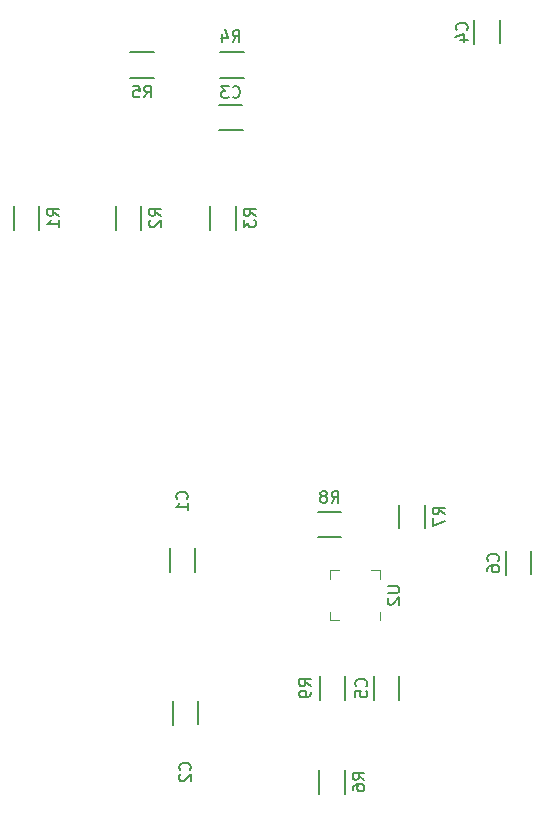
<source format=gbr>
%TF.GenerationSoftware,KiCad,Pcbnew,8.0.1*%
%TF.CreationDate,2024-04-21T18:12:41-04:00*%
%TF.ProjectId,BREAD_Slice,42524541-445f-4536-9c69-63652e6b6963,rev?*%
%TF.SameCoordinates,Original*%
%TF.FileFunction,Legend,Bot*%
%TF.FilePolarity,Positive*%
%FSLAX46Y46*%
G04 Gerber Fmt 4.6, Leading zero omitted, Abs format (unit mm)*
G04 Created by KiCad (PCBNEW 8.0.1) date 2024-04-21 18:12:41*
%MOMM*%
%LPD*%
G01*
G04 APERTURE LIST*
%ADD10C,0.150000*%
%ADD11C,0.120000*%
G04 APERTURE END LIST*
D10*
X154455580Y-115042333D02*
X154503200Y-114994714D01*
X154503200Y-114994714D02*
X154550819Y-114851857D01*
X154550819Y-114851857D02*
X154550819Y-114756619D01*
X154550819Y-114756619D02*
X154503200Y-114613762D01*
X154503200Y-114613762D02*
X154407961Y-114518524D01*
X154407961Y-114518524D02*
X154312723Y-114470905D01*
X154312723Y-114470905D02*
X154122247Y-114423286D01*
X154122247Y-114423286D02*
X153979390Y-114423286D01*
X153979390Y-114423286D02*
X153788914Y-114470905D01*
X153788914Y-114470905D02*
X153693676Y-114518524D01*
X153693676Y-114518524D02*
X153598438Y-114613762D01*
X153598438Y-114613762D02*
X153550819Y-114756619D01*
X153550819Y-114756619D02*
X153550819Y-114851857D01*
X153550819Y-114851857D02*
X153598438Y-114994714D01*
X153598438Y-114994714D02*
X153646057Y-115042333D01*
X153646057Y-115423286D02*
X153598438Y-115470905D01*
X153598438Y-115470905D02*
X153550819Y-115566143D01*
X153550819Y-115566143D02*
X153550819Y-115804238D01*
X153550819Y-115804238D02*
X153598438Y-115899476D01*
X153598438Y-115899476D02*
X153646057Y-115947095D01*
X153646057Y-115947095D02*
X153741295Y-115994714D01*
X153741295Y-115994714D02*
X153836533Y-115994714D01*
X153836533Y-115994714D02*
X153979390Y-115947095D01*
X153979390Y-115947095D02*
X154550819Y-115375667D01*
X154550819Y-115375667D02*
X154550819Y-115994714D01*
X154201580Y-92088333D02*
X154249200Y-92040714D01*
X154249200Y-92040714D02*
X154296819Y-91897857D01*
X154296819Y-91897857D02*
X154296819Y-91802619D01*
X154296819Y-91802619D02*
X154249200Y-91659762D01*
X154249200Y-91659762D02*
X154153961Y-91564524D01*
X154153961Y-91564524D02*
X154058723Y-91516905D01*
X154058723Y-91516905D02*
X153868247Y-91469286D01*
X153868247Y-91469286D02*
X153725390Y-91469286D01*
X153725390Y-91469286D02*
X153534914Y-91516905D01*
X153534914Y-91516905D02*
X153439676Y-91564524D01*
X153439676Y-91564524D02*
X153344438Y-91659762D01*
X153344438Y-91659762D02*
X153296819Y-91802619D01*
X153296819Y-91802619D02*
X153296819Y-91897857D01*
X153296819Y-91897857D02*
X153344438Y-92040714D01*
X153344438Y-92040714D02*
X153392057Y-92088333D01*
X154296819Y-93040714D02*
X154296819Y-92469286D01*
X154296819Y-92755000D02*
X153296819Y-92755000D01*
X153296819Y-92755000D02*
X153439676Y-92659762D01*
X153439676Y-92659762D02*
X153534914Y-92564524D01*
X153534914Y-92564524D02*
X153582533Y-92469286D01*
X158072666Y-58049580D02*
X158120285Y-58097200D01*
X158120285Y-58097200D02*
X158263142Y-58144819D01*
X158263142Y-58144819D02*
X158358380Y-58144819D01*
X158358380Y-58144819D02*
X158501237Y-58097200D01*
X158501237Y-58097200D02*
X158596475Y-58001961D01*
X158596475Y-58001961D02*
X158644094Y-57906723D01*
X158644094Y-57906723D02*
X158691713Y-57716247D01*
X158691713Y-57716247D02*
X158691713Y-57573390D01*
X158691713Y-57573390D02*
X158644094Y-57382914D01*
X158644094Y-57382914D02*
X158596475Y-57287676D01*
X158596475Y-57287676D02*
X158501237Y-57192438D01*
X158501237Y-57192438D02*
X158358380Y-57144819D01*
X158358380Y-57144819D02*
X158263142Y-57144819D01*
X158263142Y-57144819D02*
X158120285Y-57192438D01*
X158120285Y-57192438D02*
X158072666Y-57240057D01*
X157739332Y-57144819D02*
X157120285Y-57144819D01*
X157120285Y-57144819D02*
X157453618Y-57525771D01*
X157453618Y-57525771D02*
X157310761Y-57525771D01*
X157310761Y-57525771D02*
X157215523Y-57573390D01*
X157215523Y-57573390D02*
X157167904Y-57621009D01*
X157167904Y-57621009D02*
X157120285Y-57716247D01*
X157120285Y-57716247D02*
X157120285Y-57954342D01*
X157120285Y-57954342D02*
X157167904Y-58049580D01*
X157167904Y-58049580D02*
X157215523Y-58097200D01*
X157215523Y-58097200D02*
X157310761Y-58144819D01*
X157310761Y-58144819D02*
X157596475Y-58144819D01*
X157596475Y-58144819D02*
X157691713Y-58097200D01*
X157691713Y-58097200D02*
X157739332Y-58049580D01*
X177882580Y-52384333D02*
X177930200Y-52336714D01*
X177930200Y-52336714D02*
X177977819Y-52193857D01*
X177977819Y-52193857D02*
X177977819Y-52098619D01*
X177977819Y-52098619D02*
X177930200Y-51955762D01*
X177930200Y-51955762D02*
X177834961Y-51860524D01*
X177834961Y-51860524D02*
X177739723Y-51812905D01*
X177739723Y-51812905D02*
X177549247Y-51765286D01*
X177549247Y-51765286D02*
X177406390Y-51765286D01*
X177406390Y-51765286D02*
X177215914Y-51812905D01*
X177215914Y-51812905D02*
X177120676Y-51860524D01*
X177120676Y-51860524D02*
X177025438Y-51955762D01*
X177025438Y-51955762D02*
X176977819Y-52098619D01*
X176977819Y-52098619D02*
X176977819Y-52193857D01*
X176977819Y-52193857D02*
X177025438Y-52336714D01*
X177025438Y-52336714D02*
X177073057Y-52384333D01*
X177311152Y-53241476D02*
X177977819Y-53241476D01*
X176930200Y-53003381D02*
X177644485Y-52765286D01*
X177644485Y-52765286D02*
X177644485Y-53384333D01*
X169373580Y-107946833D02*
X169421200Y-107899214D01*
X169421200Y-107899214D02*
X169468819Y-107756357D01*
X169468819Y-107756357D02*
X169468819Y-107661119D01*
X169468819Y-107661119D02*
X169421200Y-107518262D01*
X169421200Y-107518262D02*
X169325961Y-107423024D01*
X169325961Y-107423024D02*
X169230723Y-107375405D01*
X169230723Y-107375405D02*
X169040247Y-107327786D01*
X169040247Y-107327786D02*
X168897390Y-107327786D01*
X168897390Y-107327786D02*
X168706914Y-107375405D01*
X168706914Y-107375405D02*
X168611676Y-107423024D01*
X168611676Y-107423024D02*
X168516438Y-107518262D01*
X168516438Y-107518262D02*
X168468819Y-107661119D01*
X168468819Y-107661119D02*
X168468819Y-107756357D01*
X168468819Y-107756357D02*
X168516438Y-107899214D01*
X168516438Y-107899214D02*
X168564057Y-107946833D01*
X168468819Y-108851595D02*
X168468819Y-108375405D01*
X168468819Y-108375405D02*
X168945009Y-108327786D01*
X168945009Y-108327786D02*
X168897390Y-108375405D01*
X168897390Y-108375405D02*
X168849771Y-108470643D01*
X168849771Y-108470643D02*
X168849771Y-108708738D01*
X168849771Y-108708738D02*
X168897390Y-108803976D01*
X168897390Y-108803976D02*
X168945009Y-108851595D01*
X168945009Y-108851595D02*
X169040247Y-108899214D01*
X169040247Y-108899214D02*
X169278342Y-108899214D01*
X169278342Y-108899214D02*
X169373580Y-108851595D01*
X169373580Y-108851595D02*
X169421200Y-108803976D01*
X169421200Y-108803976D02*
X169468819Y-108708738D01*
X169468819Y-108708738D02*
X169468819Y-108470643D01*
X169468819Y-108470643D02*
X169421200Y-108375405D01*
X169421200Y-108375405D02*
X169373580Y-108327786D01*
X180549580Y-97342333D02*
X180597200Y-97294714D01*
X180597200Y-97294714D02*
X180644819Y-97151857D01*
X180644819Y-97151857D02*
X180644819Y-97056619D01*
X180644819Y-97056619D02*
X180597200Y-96913762D01*
X180597200Y-96913762D02*
X180501961Y-96818524D01*
X180501961Y-96818524D02*
X180406723Y-96770905D01*
X180406723Y-96770905D02*
X180216247Y-96723286D01*
X180216247Y-96723286D02*
X180073390Y-96723286D01*
X180073390Y-96723286D02*
X179882914Y-96770905D01*
X179882914Y-96770905D02*
X179787676Y-96818524D01*
X179787676Y-96818524D02*
X179692438Y-96913762D01*
X179692438Y-96913762D02*
X179644819Y-97056619D01*
X179644819Y-97056619D02*
X179644819Y-97151857D01*
X179644819Y-97151857D02*
X179692438Y-97294714D01*
X179692438Y-97294714D02*
X179740057Y-97342333D01*
X179644819Y-98199476D02*
X179644819Y-98009000D01*
X179644819Y-98009000D02*
X179692438Y-97913762D01*
X179692438Y-97913762D02*
X179740057Y-97866143D01*
X179740057Y-97866143D02*
X179882914Y-97770905D01*
X179882914Y-97770905D02*
X180073390Y-97723286D01*
X180073390Y-97723286D02*
X180454342Y-97723286D01*
X180454342Y-97723286D02*
X180549580Y-97770905D01*
X180549580Y-97770905D02*
X180597200Y-97818524D01*
X180597200Y-97818524D02*
X180644819Y-97913762D01*
X180644819Y-97913762D02*
X180644819Y-98104238D01*
X180644819Y-98104238D02*
X180597200Y-98199476D01*
X180597200Y-98199476D02*
X180549580Y-98247095D01*
X180549580Y-98247095D02*
X180454342Y-98294714D01*
X180454342Y-98294714D02*
X180216247Y-98294714D01*
X180216247Y-98294714D02*
X180121009Y-98247095D01*
X180121009Y-98247095D02*
X180073390Y-98199476D01*
X180073390Y-98199476D02*
X180025771Y-98104238D01*
X180025771Y-98104238D02*
X180025771Y-97913762D01*
X180025771Y-97913762D02*
X180073390Y-97818524D01*
X180073390Y-97818524D02*
X180121009Y-97770905D01*
X180121009Y-97770905D02*
X180216247Y-97723286D01*
X143388819Y-68132333D02*
X142912628Y-67799000D01*
X143388819Y-67560905D02*
X142388819Y-67560905D01*
X142388819Y-67560905D02*
X142388819Y-67941857D01*
X142388819Y-67941857D02*
X142436438Y-68037095D01*
X142436438Y-68037095D02*
X142484057Y-68084714D01*
X142484057Y-68084714D02*
X142579295Y-68132333D01*
X142579295Y-68132333D02*
X142722152Y-68132333D01*
X142722152Y-68132333D02*
X142817390Y-68084714D01*
X142817390Y-68084714D02*
X142865009Y-68037095D01*
X142865009Y-68037095D02*
X142912628Y-67941857D01*
X142912628Y-67941857D02*
X142912628Y-67560905D01*
X143388819Y-69084714D02*
X143388819Y-68513286D01*
X143388819Y-68799000D02*
X142388819Y-68799000D01*
X142388819Y-68799000D02*
X142531676Y-68703762D01*
X142531676Y-68703762D02*
X142626914Y-68608524D01*
X142626914Y-68608524D02*
X142674533Y-68513286D01*
X152024819Y-68132333D02*
X151548628Y-67799000D01*
X152024819Y-67560905D02*
X151024819Y-67560905D01*
X151024819Y-67560905D02*
X151024819Y-67941857D01*
X151024819Y-67941857D02*
X151072438Y-68037095D01*
X151072438Y-68037095D02*
X151120057Y-68084714D01*
X151120057Y-68084714D02*
X151215295Y-68132333D01*
X151215295Y-68132333D02*
X151358152Y-68132333D01*
X151358152Y-68132333D02*
X151453390Y-68084714D01*
X151453390Y-68084714D02*
X151501009Y-68037095D01*
X151501009Y-68037095D02*
X151548628Y-67941857D01*
X151548628Y-67941857D02*
X151548628Y-67560905D01*
X151120057Y-68513286D02*
X151072438Y-68560905D01*
X151072438Y-68560905D02*
X151024819Y-68656143D01*
X151024819Y-68656143D02*
X151024819Y-68894238D01*
X151024819Y-68894238D02*
X151072438Y-68989476D01*
X151072438Y-68989476D02*
X151120057Y-69037095D01*
X151120057Y-69037095D02*
X151215295Y-69084714D01*
X151215295Y-69084714D02*
X151310533Y-69084714D01*
X151310533Y-69084714D02*
X151453390Y-69037095D01*
X151453390Y-69037095D02*
X152024819Y-68465667D01*
X152024819Y-68465667D02*
X152024819Y-69084714D01*
X160025819Y-68132333D02*
X159549628Y-67799000D01*
X160025819Y-67560905D02*
X159025819Y-67560905D01*
X159025819Y-67560905D02*
X159025819Y-67941857D01*
X159025819Y-67941857D02*
X159073438Y-68037095D01*
X159073438Y-68037095D02*
X159121057Y-68084714D01*
X159121057Y-68084714D02*
X159216295Y-68132333D01*
X159216295Y-68132333D02*
X159359152Y-68132333D01*
X159359152Y-68132333D02*
X159454390Y-68084714D01*
X159454390Y-68084714D02*
X159502009Y-68037095D01*
X159502009Y-68037095D02*
X159549628Y-67941857D01*
X159549628Y-67941857D02*
X159549628Y-67560905D01*
X159025819Y-68465667D02*
X159025819Y-69084714D01*
X159025819Y-69084714D02*
X159406771Y-68751381D01*
X159406771Y-68751381D02*
X159406771Y-68894238D01*
X159406771Y-68894238D02*
X159454390Y-68989476D01*
X159454390Y-68989476D02*
X159502009Y-69037095D01*
X159502009Y-69037095D02*
X159597247Y-69084714D01*
X159597247Y-69084714D02*
X159835342Y-69084714D01*
X159835342Y-69084714D02*
X159930580Y-69037095D01*
X159930580Y-69037095D02*
X159978200Y-68989476D01*
X159978200Y-68989476D02*
X160025819Y-68894238D01*
X160025819Y-68894238D02*
X160025819Y-68608524D01*
X160025819Y-68608524D02*
X159978200Y-68513286D01*
X159978200Y-68513286D02*
X159930580Y-68465667D01*
X158072666Y-53386819D02*
X158405999Y-52910628D01*
X158644094Y-53386819D02*
X158644094Y-52386819D01*
X158644094Y-52386819D02*
X158263142Y-52386819D01*
X158263142Y-52386819D02*
X158167904Y-52434438D01*
X158167904Y-52434438D02*
X158120285Y-52482057D01*
X158120285Y-52482057D02*
X158072666Y-52577295D01*
X158072666Y-52577295D02*
X158072666Y-52720152D01*
X158072666Y-52720152D02*
X158120285Y-52815390D01*
X158120285Y-52815390D02*
X158167904Y-52863009D01*
X158167904Y-52863009D02*
X158263142Y-52910628D01*
X158263142Y-52910628D02*
X158644094Y-52910628D01*
X157215523Y-52720152D02*
X157215523Y-53386819D01*
X157453618Y-52339200D02*
X157691713Y-53053485D01*
X157691713Y-53053485D02*
X157072666Y-53053485D01*
X150579666Y-58099819D02*
X150912999Y-57623628D01*
X151151094Y-58099819D02*
X151151094Y-57099819D01*
X151151094Y-57099819D02*
X150770142Y-57099819D01*
X150770142Y-57099819D02*
X150674904Y-57147438D01*
X150674904Y-57147438D02*
X150627285Y-57195057D01*
X150627285Y-57195057D02*
X150579666Y-57290295D01*
X150579666Y-57290295D02*
X150579666Y-57433152D01*
X150579666Y-57433152D02*
X150627285Y-57528390D01*
X150627285Y-57528390D02*
X150674904Y-57576009D01*
X150674904Y-57576009D02*
X150770142Y-57623628D01*
X150770142Y-57623628D02*
X151151094Y-57623628D01*
X149674904Y-57099819D02*
X150151094Y-57099819D01*
X150151094Y-57099819D02*
X150198713Y-57576009D01*
X150198713Y-57576009D02*
X150151094Y-57528390D01*
X150151094Y-57528390D02*
X150055856Y-57480771D01*
X150055856Y-57480771D02*
X149817761Y-57480771D01*
X149817761Y-57480771D02*
X149722523Y-57528390D01*
X149722523Y-57528390D02*
X149674904Y-57576009D01*
X149674904Y-57576009D02*
X149627285Y-57671247D01*
X149627285Y-57671247D02*
X149627285Y-57909342D01*
X149627285Y-57909342D02*
X149674904Y-58004580D01*
X149674904Y-58004580D02*
X149722523Y-58052200D01*
X149722523Y-58052200D02*
X149817761Y-58099819D01*
X149817761Y-58099819D02*
X150055856Y-58099819D01*
X150055856Y-58099819D02*
X150151094Y-58052200D01*
X150151094Y-58052200D02*
X150198713Y-58004580D01*
X169233319Y-115884333D02*
X168757128Y-115551000D01*
X169233319Y-115312905D02*
X168233319Y-115312905D01*
X168233319Y-115312905D02*
X168233319Y-115693857D01*
X168233319Y-115693857D02*
X168280938Y-115789095D01*
X168280938Y-115789095D02*
X168328557Y-115836714D01*
X168328557Y-115836714D02*
X168423795Y-115884333D01*
X168423795Y-115884333D02*
X168566652Y-115884333D01*
X168566652Y-115884333D02*
X168661890Y-115836714D01*
X168661890Y-115836714D02*
X168709509Y-115789095D01*
X168709509Y-115789095D02*
X168757128Y-115693857D01*
X168757128Y-115693857D02*
X168757128Y-115312905D01*
X168233319Y-116741476D02*
X168233319Y-116551000D01*
X168233319Y-116551000D02*
X168280938Y-116455762D01*
X168280938Y-116455762D02*
X168328557Y-116408143D01*
X168328557Y-116408143D02*
X168471414Y-116312905D01*
X168471414Y-116312905D02*
X168661890Y-116265286D01*
X168661890Y-116265286D02*
X169042842Y-116265286D01*
X169042842Y-116265286D02*
X169138080Y-116312905D01*
X169138080Y-116312905D02*
X169185700Y-116360524D01*
X169185700Y-116360524D02*
X169233319Y-116455762D01*
X169233319Y-116455762D02*
X169233319Y-116646238D01*
X169233319Y-116646238D02*
X169185700Y-116741476D01*
X169185700Y-116741476D02*
X169138080Y-116789095D01*
X169138080Y-116789095D02*
X169042842Y-116836714D01*
X169042842Y-116836714D02*
X168804747Y-116836714D01*
X168804747Y-116836714D02*
X168709509Y-116789095D01*
X168709509Y-116789095D02*
X168661890Y-116741476D01*
X168661890Y-116741476D02*
X168614271Y-116646238D01*
X168614271Y-116646238D02*
X168614271Y-116455762D01*
X168614271Y-116455762D02*
X168661890Y-116360524D01*
X168661890Y-116360524D02*
X168709509Y-116312905D01*
X168709509Y-116312905D02*
X168804747Y-116265286D01*
X176027819Y-93405333D02*
X175551628Y-93072000D01*
X176027819Y-92833905D02*
X175027819Y-92833905D01*
X175027819Y-92833905D02*
X175027819Y-93214857D01*
X175027819Y-93214857D02*
X175075438Y-93310095D01*
X175075438Y-93310095D02*
X175123057Y-93357714D01*
X175123057Y-93357714D02*
X175218295Y-93405333D01*
X175218295Y-93405333D02*
X175361152Y-93405333D01*
X175361152Y-93405333D02*
X175456390Y-93357714D01*
X175456390Y-93357714D02*
X175504009Y-93310095D01*
X175504009Y-93310095D02*
X175551628Y-93214857D01*
X175551628Y-93214857D02*
X175551628Y-92833905D01*
X175027819Y-93738667D02*
X175027819Y-94405333D01*
X175027819Y-94405333D02*
X176027819Y-93976762D01*
X166454666Y-92425319D02*
X166787999Y-91949128D01*
X167026094Y-92425319D02*
X167026094Y-91425319D01*
X167026094Y-91425319D02*
X166645142Y-91425319D01*
X166645142Y-91425319D02*
X166549904Y-91472938D01*
X166549904Y-91472938D02*
X166502285Y-91520557D01*
X166502285Y-91520557D02*
X166454666Y-91615795D01*
X166454666Y-91615795D02*
X166454666Y-91758652D01*
X166454666Y-91758652D02*
X166502285Y-91853890D01*
X166502285Y-91853890D02*
X166549904Y-91901509D01*
X166549904Y-91901509D02*
X166645142Y-91949128D01*
X166645142Y-91949128D02*
X167026094Y-91949128D01*
X165883237Y-91853890D02*
X165978475Y-91806271D01*
X165978475Y-91806271D02*
X166026094Y-91758652D01*
X166026094Y-91758652D02*
X166073713Y-91663414D01*
X166073713Y-91663414D02*
X166073713Y-91615795D01*
X166073713Y-91615795D02*
X166026094Y-91520557D01*
X166026094Y-91520557D02*
X165978475Y-91472938D01*
X165978475Y-91472938D02*
X165883237Y-91425319D01*
X165883237Y-91425319D02*
X165692761Y-91425319D01*
X165692761Y-91425319D02*
X165597523Y-91472938D01*
X165597523Y-91472938D02*
X165549904Y-91520557D01*
X165549904Y-91520557D02*
X165502285Y-91615795D01*
X165502285Y-91615795D02*
X165502285Y-91663414D01*
X165502285Y-91663414D02*
X165549904Y-91758652D01*
X165549904Y-91758652D02*
X165597523Y-91806271D01*
X165597523Y-91806271D02*
X165692761Y-91853890D01*
X165692761Y-91853890D02*
X165883237Y-91853890D01*
X165883237Y-91853890D02*
X165978475Y-91901509D01*
X165978475Y-91901509D02*
X166026094Y-91949128D01*
X166026094Y-91949128D02*
X166073713Y-92044366D01*
X166073713Y-92044366D02*
X166073713Y-92234842D01*
X166073713Y-92234842D02*
X166026094Y-92330080D01*
X166026094Y-92330080D02*
X165978475Y-92377700D01*
X165978475Y-92377700D02*
X165883237Y-92425319D01*
X165883237Y-92425319D02*
X165692761Y-92425319D01*
X165692761Y-92425319D02*
X165597523Y-92377700D01*
X165597523Y-92377700D02*
X165549904Y-92330080D01*
X165549904Y-92330080D02*
X165502285Y-92234842D01*
X165502285Y-92234842D02*
X165502285Y-92044366D01*
X165502285Y-92044366D02*
X165549904Y-91949128D01*
X165549904Y-91949128D02*
X165597523Y-91901509D01*
X165597523Y-91901509D02*
X165692761Y-91853890D01*
X164696819Y-107946833D02*
X164220628Y-107613500D01*
X164696819Y-107375405D02*
X163696819Y-107375405D01*
X163696819Y-107375405D02*
X163696819Y-107756357D01*
X163696819Y-107756357D02*
X163744438Y-107851595D01*
X163744438Y-107851595D02*
X163792057Y-107899214D01*
X163792057Y-107899214D02*
X163887295Y-107946833D01*
X163887295Y-107946833D02*
X164030152Y-107946833D01*
X164030152Y-107946833D02*
X164125390Y-107899214D01*
X164125390Y-107899214D02*
X164173009Y-107851595D01*
X164173009Y-107851595D02*
X164220628Y-107756357D01*
X164220628Y-107756357D02*
X164220628Y-107375405D01*
X164696819Y-108423024D02*
X164696819Y-108613500D01*
X164696819Y-108613500D02*
X164649200Y-108708738D01*
X164649200Y-108708738D02*
X164601580Y-108756357D01*
X164601580Y-108756357D02*
X164458723Y-108851595D01*
X164458723Y-108851595D02*
X164268247Y-108899214D01*
X164268247Y-108899214D02*
X163887295Y-108899214D01*
X163887295Y-108899214D02*
X163792057Y-108851595D01*
X163792057Y-108851595D02*
X163744438Y-108803976D01*
X163744438Y-108803976D02*
X163696819Y-108708738D01*
X163696819Y-108708738D02*
X163696819Y-108518262D01*
X163696819Y-108518262D02*
X163744438Y-108423024D01*
X163744438Y-108423024D02*
X163792057Y-108375405D01*
X163792057Y-108375405D02*
X163887295Y-108327786D01*
X163887295Y-108327786D02*
X164125390Y-108327786D01*
X164125390Y-108327786D02*
X164220628Y-108375405D01*
X164220628Y-108375405D02*
X164268247Y-108423024D01*
X164268247Y-108423024D02*
X164315866Y-108518262D01*
X164315866Y-108518262D02*
X164315866Y-108708738D01*
X164315866Y-108708738D02*
X164268247Y-108803976D01*
X164268247Y-108803976D02*
X164220628Y-108851595D01*
X164220628Y-108851595D02*
X164125390Y-108899214D01*
X171201819Y-99477595D02*
X172011342Y-99477595D01*
X172011342Y-99477595D02*
X172106580Y-99525214D01*
X172106580Y-99525214D02*
X172154200Y-99572833D01*
X172154200Y-99572833D02*
X172201819Y-99668071D01*
X172201819Y-99668071D02*
X172201819Y-99858547D01*
X172201819Y-99858547D02*
X172154200Y-99953785D01*
X172154200Y-99953785D02*
X172106580Y-100001404D01*
X172106580Y-100001404D02*
X172011342Y-100049023D01*
X172011342Y-100049023D02*
X171201819Y-100049023D01*
X171297057Y-100477595D02*
X171249438Y-100525214D01*
X171249438Y-100525214D02*
X171201819Y-100620452D01*
X171201819Y-100620452D02*
X171201819Y-100858547D01*
X171201819Y-100858547D02*
X171249438Y-100953785D01*
X171249438Y-100953785D02*
X171297057Y-101001404D01*
X171297057Y-101001404D02*
X171392295Y-101049023D01*
X171392295Y-101049023D02*
X171487533Y-101049023D01*
X171487533Y-101049023D02*
X171630390Y-101001404D01*
X171630390Y-101001404D02*
X172201819Y-100429976D01*
X172201819Y-100429976D02*
X172201819Y-101049023D01*
%TO.C,C2*%
X153026000Y-111209000D02*
X153026000Y-109199000D01*
X155166000Y-111179000D02*
X155166000Y-109169000D01*
%TO.C,C1*%
X152772000Y-96285000D02*
X152772000Y-98295000D01*
X154912000Y-96255000D02*
X154912000Y-98265000D01*
%TO.C,C3*%
X156906000Y-58720000D02*
X158916000Y-58720000D01*
X156936000Y-60860000D02*
X158946000Y-60860000D01*
%TO.C,C4*%
X178553000Y-53551000D02*
X178553000Y-51541000D01*
X180693000Y-53521000D02*
X180693000Y-51511000D01*
%TO.C,C5*%
X170044000Y-109113500D02*
X170044000Y-107103500D01*
X172184000Y-109083500D02*
X172184000Y-107073500D01*
%TO.C,C6*%
X181220000Y-98509000D02*
X181220000Y-96499000D01*
X183360000Y-98479000D02*
X183360000Y-96469000D01*
%TO.C,R1*%
X139559000Y-67299000D02*
X139559000Y-69299000D01*
X141709000Y-69299000D02*
X141709000Y-67299000D01*
%TO.C,R2*%
X148195000Y-67299000D02*
X148195000Y-69299000D01*
X150345000Y-69299000D02*
X150345000Y-67299000D01*
%TO.C,R3*%
X156196000Y-67299000D02*
X156196000Y-69299000D01*
X158346000Y-69299000D02*
X158346000Y-67299000D01*
%TO.C,R4*%
X157033000Y-56420000D02*
X159033000Y-56420000D01*
X159033000Y-54270000D02*
X157033000Y-54270000D01*
%TO.C,R5*%
X149413000Y-56420000D02*
X151413000Y-56420000D01*
X151413000Y-54270000D02*
X149413000Y-54270000D01*
%TO.C,R6*%
X165403500Y-115051000D02*
X165403500Y-117051000D01*
X167553500Y-117051000D02*
X167553500Y-115051000D01*
%TO.C,R7*%
X172198000Y-92572000D02*
X172198000Y-94572000D01*
X174348000Y-94572000D02*
X174348000Y-92572000D01*
%TO.C,R8*%
X165288000Y-95345500D02*
X167288000Y-95345500D01*
X167288000Y-93195500D02*
X165288000Y-93195500D01*
%TO.C,R9*%
X165467000Y-107113500D02*
X165467000Y-109113500D01*
X167617000Y-109113500D02*
X167617000Y-107113500D01*
D11*
%TO.C,U2*%
X166337000Y-98129500D02*
X167062000Y-98129500D01*
X166337000Y-98854500D02*
X166337000Y-98129500D01*
X166337000Y-101624500D02*
X166337000Y-102349500D01*
X166337000Y-102349500D02*
X167062000Y-102349500D01*
X170557000Y-98129500D02*
X169832000Y-98129500D01*
X170557000Y-98854500D02*
X170557000Y-98129500D01*
X170557000Y-101624500D02*
X170557000Y-102349500D01*
%TD*%
M02*

</source>
